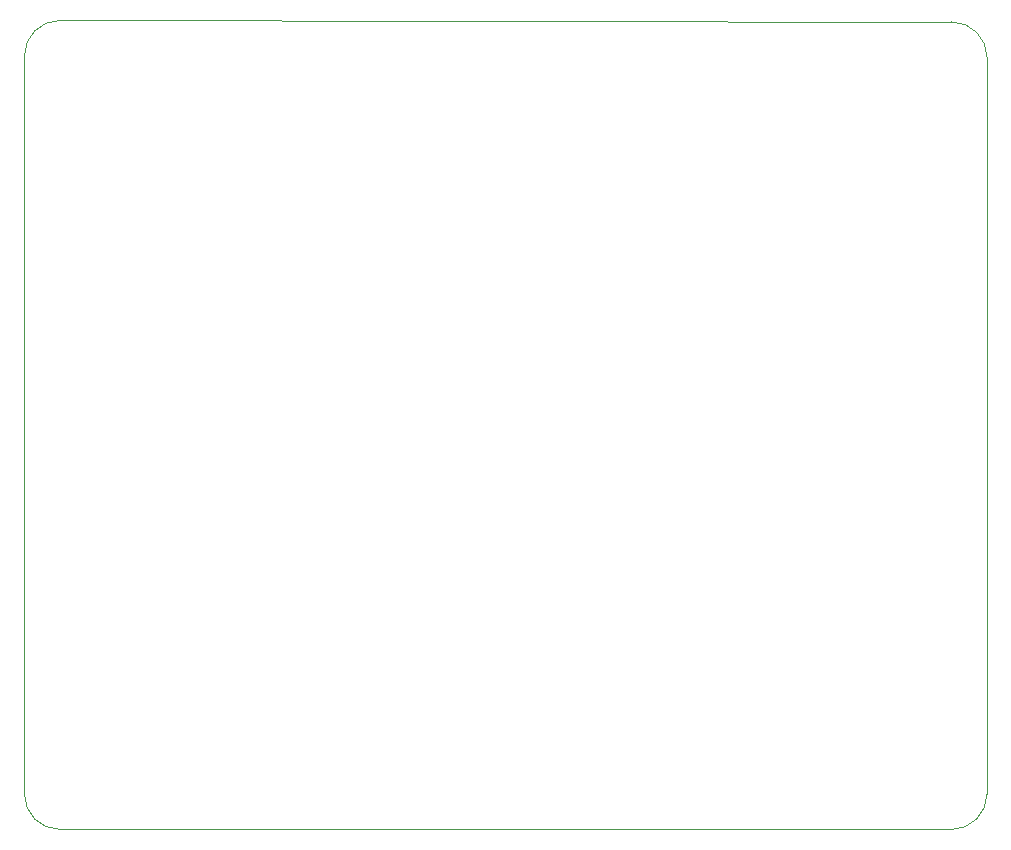
<source format=gm1>
G04 #@! TF.GenerationSoftware,KiCad,Pcbnew,8.0.7*
G04 #@! TF.CreationDate,2024-12-19T23:47:55-08:00*
G04 #@! TF.ProjectId,Deej keypad,4465656a-206b-4657-9970-61642e6b6963,rev?*
G04 #@! TF.SameCoordinates,Original*
G04 #@! TF.FileFunction,Profile,NP*
%FSLAX46Y46*%
G04 Gerber Fmt 4.6, Leading zero omitted, Abs format (unit mm)*
G04 Created by KiCad (PCBNEW 8.0.7) date 2024-12-19 23:47:55*
%MOMM*%
%LPD*%
G01*
G04 APERTURE LIST*
G04 #@! TA.AperFunction,Profile*
%ADD10C,0.050000*%
G04 #@! TD*
G04 APERTURE END LIST*
D10*
X195000000Y-70121320D02*
G75*
G02*
X198000000Y-73121320I0J-3000000D01*
G01*
X198000000Y-135500000D02*
G75*
G02*
X195000000Y-138500000I-3000000J0D01*
G01*
X119500000Y-138500000D02*
G75*
G02*
X116500000Y-135500000I0J3000000D01*
G01*
X116500000Y-73000000D02*
X116500000Y-135500000D01*
X198000000Y-73121320D02*
X198000000Y-135500000D01*
X195000000Y-70121320D02*
X119500000Y-70000000D01*
X119500000Y-138500000D02*
X195000000Y-138500000D01*
X116500000Y-73000000D02*
G75*
G02*
X119500000Y-70000000I3000000J0D01*
G01*
M02*

</source>
